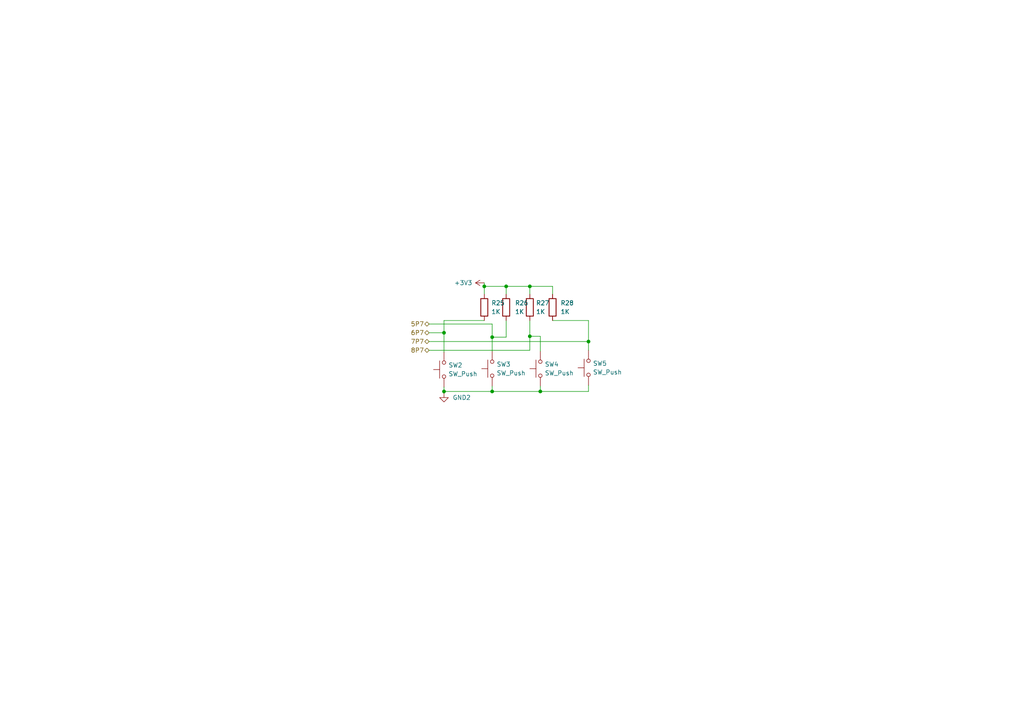
<source format=kicad_sch>
(kicad_sch (version 20230121) (generator eeschema)
  (paper "A4")
  (lib_symbols
    (symbol "Device:R" (pin_numbers hide) (pin_names (offset 0))
      (property "Reference" "R" (at 2.032 0 90))
      (property "Value" "R" (at 0 0 90))
      (symbol "R_0_1"
        (rectangle (start -1.016 -2.54) (end 1.016 2.54) (stroke (width 0.254)))
      )
      (symbol "R_1_1"
        (pin passive line (at 0 3.81 270) (length 1.27) (name "~") (number "1"))
        (pin passive line (at 0 -3.81 90) (length 1.27) (name "~") (number "2"))
      )
    )
    (symbol "Switch:SW_Push" (pin_numbers hide) (pin_names (offset 1.016) hide)
      (property "Reference" "SW" (at 1.27 2.54 0))
      (property "Value" "SW_Push" (at 0 -1.524 0))
      (symbol "SW_Push_0_1"
        (circle (center -2.032 0) (radius 0.508))
        (polyline (pts (xy 0 1.27) (xy 0 3.048)))
        (polyline (pts (xy 2.54 1.27) (xy -2.54 1.27)))
        (circle (center 2.032 0) (radius 0.508))
        (pin passive line (at -5.08 0 0) (length 2.54) (name "1") (number "1"))
        (pin passive line (at 5.08 0 180) (length 2.54) (name "2") (number "2"))
      )
    )
    (symbol "power:+3V3" (power) (pin_names (offset 0))
      (property "Value" "+3V3" (at 0 3.556 0))
      (symbol "+3V3_0_1"
        (polyline (pts (xy -0.762 1.27) (xy 0 2.54)))
        (polyline (pts (xy 0 0) (xy 0 2.54)))
        (polyline (pts (xy 0 2.54) (xy 0.762 1.27)))
      )
      (symbol "+3V3_1_1"
        (pin power_in line (at 0 0 90) (length 0) hide (name "+3V3") (number "1"))
      )
    )
    (symbol "power:GND2" (power) (pin_names (offset 0))
      (property "Value" "GND2" (at 0 -3.81 0))
      (symbol "GND2_0_1"
        (polyline (pts (xy 0 0) (xy 0 -1.27) (xy 1.27 -1.27) (xy 0 -2.54) (xy -1.27 -1.27) (xy 0 -1.27)))
      )
      (symbol "GND2_1_1"
        (pin power_in line (at 0 0 270) (length 0) hide (name "GND2") (number "1"))
      )
    )
  )
  (junction (at 146.812 83.058))
  (junction (at 128.778 113.538))
  (junction (at 153.67 83.058))
  (junction (at 142.748 97.79))
  (junction (at 153.67 97.536))
  (junction (at 140.462 83.058))
  (junction (at 142.748 113.538))
  (junction (at 156.718 113.538))
  (junction (at 170.688 99.06))
  (junction (at 128.778 96.52))
  (wire (pts (xy 128.778 92.964) (xy 140.462 92.964)))
  (wire (pts (xy 124.46 99.06) (xy 170.688 99.06)))
  (wire (pts (xy 156.718 97.536) (xy 156.718 101.854)))
  (wire (pts (xy 170.688 92.964) (xy 170.688 99.06)))
  (wire (pts (xy 146.812 83.058) (xy 140.462 83.058)))
  (wire (pts (xy 170.688 111.76) (xy 170.688 113.538)))
  (wire (pts (xy 160.274 92.964) (xy 170.688 92.964)))
  (wire (pts (xy 153.67 92.964) (xy 153.67 97.536)))
  (wire (pts (xy 153.67 83.058) (xy 153.67 85.344)))
  (wire (pts (xy 142.748 93.98) (xy 142.748 97.79)))
  (wire (pts (xy 140.462 82.042) (xy 140.462 83.058)))
  (wire (pts (xy 153.67 97.536) (xy 156.718 97.536)))
  (wire (pts (xy 142.748 97.79) (xy 146.812 97.79)))
  (wire (pts (xy 128.778 113.538) (xy 128.778 114.046)))
  (wire (pts (xy 156.718 113.538) (xy 142.748 113.538)))
  (wire (pts (xy 170.688 113.538) (xy 156.718 113.538)))
  (wire (pts (xy 142.748 112.014) (xy 142.748 113.538)))
  (wire (pts (xy 160.274 83.058) (xy 153.67 83.058)))
  (wire (pts (xy 156.718 112.014) (xy 156.718 113.538)))
  (wire (pts (xy 146.812 83.058) (xy 146.812 85.344)))
  (wire (pts (xy 124.46 101.6) (xy 153.67 101.6)))
  (wire (pts (xy 128.778 112.268) (xy 128.778 113.538)))
  (wire (pts (xy 170.688 99.06) (xy 170.688 101.6)))
  (wire (pts (xy 128.778 96.52) (xy 128.778 92.964)))
  (wire (pts (xy 160.274 85.344) (xy 160.274 83.058)))
  (wire (pts (xy 124.46 93.98) (xy 142.748 93.98)))
  (wire (pts (xy 124.46 96.52) (xy 128.778 96.52)))
  (wire (pts (xy 140.462 83.058) (xy 140.462 85.344)))
  (wire (pts (xy 128.778 102.108) (xy 128.778 96.52)))
  (wire (pts (xy 153.67 83.058) (xy 146.812 83.058)))
  (wire (pts (xy 153.67 97.536) (xy 153.67 101.6)))
  (wire (pts (xy 142.748 113.538) (xy 128.778 113.538)))
  (wire (pts (xy 146.812 97.79) (xy 146.812 92.964)))
  (wire (pts (xy 142.748 101.854) (xy 142.748 97.79)))
  (hierarchical_label "8P7" (shape bidirectional) (at 124.46 101.6 180))
  (hierarchical_label "5P7" (shape bidirectional) (at 124.46 93.98 180))
  (hierarchical_label "6P7" (shape bidirectional) (at 124.46 96.52 180))
  (hierarchical_label "7P7" (shape bidirectional) (at 124.46 99.06 180))
  (symbol (lib_id "Device:R") (at 153.67 89.154 0) (unit 1)
    (property "Reference" "R27" (at 155.448 87.8839 0) (effects (justify left)))
    (property "Value" "1K" (at 155.448 90.4239 0) (effects (justify left)))
    (property "Footprint" "Resistor_THT:R_Axial_DIN0207_L6.3mm_D2.5mm_P7.62mm_Horizontal" (effects hide))
  )
  (symbol (lib_id "power:+3V3") (at 140.462 82.042 90) (unit 1)
    (property "Reference" "#PWR0108" (effects hide))
    (property "Value" "+3V3" (at 137.0076 82.0419 90) (effects (justify left)))
    (instances (project "mod. de exp. FPGA spartan 6 mimasV2" (path "" (reference "#PWR0108") (unit 1)) (path "" (reference "#PWR01") (unit 1))))
  )
  (symbol (lib_id "Switch:SW_Push") (at 170.688 106.68 90) (unit 1)
    (property "Reference" "SW5" (at 171.958 105.4099 90) (effects (justify right)))
    (property "Value" "SW_Push" (at 171.958 107.9499 90) (effects (justify right)))
    (property "Footprint" "Button_Switch_THT:SW_PUSH_6mm" (effects hide))
  )
  (symbol (lib_id "power:GND2") (at 128.778 114.046 0) (unit 1)
    (property "Reference" "#PWR0113" (effects hide))
    (property "Value" "GND2" (at 131.2672 115.3159 0) (effects (justify left)))
  )
  (symbol (lib_id "Switch:SW_Push") (at 142.748 106.934 90) (unit 1)
    (property "Reference" "SW3" (at 144.018 105.6639 90) (effects (justify right)))
    (property "Value" "SW_Push" (at 144.018 108.2039 90) (effects (justify right)))
    (property "Footprint" "Button_Switch_THT:SW_PUSH_6mm" (effects hide))
  )
  (symbol (lib_id "Device:R") (at 160.274 89.154 0) (unit 1)
    (property "Reference" "R28" (at 162.56 87.8839 0) (effects (justify left)))
    (property "Value" "1K" (at 162.56 90.4239 0) (effects (justify left)))
    (property "Footprint" "Resistor_THT:R_Axial_DIN0207_L6.3mm_D2.5mm_P7.62mm_Horizontal" (effects hide))
  )
  (symbol (lib_id "Switch:SW_Push") (at 156.718 106.934 90) (unit 1)
    (property "Reference" "SW4" (at 157.988 105.6639 90) (effects (justify right)))
    (property "Value" "SW_Push" (at 157.988 108.2039 90) (effects (justify right)))
    (property "Footprint" "Button_Switch_THT:SW_PUSH_6mm" (effects hide))
  )
  (symbol (lib_id "Switch:SW_Push") (at 128.778 107.188 90) (unit 1)
    (property "Reference" "SW2" (at 130.048 105.9179 90) (effects (justify right)))
    (property "Value" "SW_Push" (at 130.048 108.4579 90) (effects (justify right)))
    (property "Footprint" "Button_Switch_THT:SW_PUSH_6mm" (effects hide))
  )
  (symbol (lib_id "Device:R") (at 146.812 89.154 0) (unit 1)
    (property "Reference" "R26" (at 149.352 87.8839 0) (effects (justify left)))
    (property "Value" "1K" (at 149.352 90.4239 0) (effects (justify left)))
    (property "Footprint" "Resistor_THT:R_Axial_DIN0207_L6.3mm_D2.5mm_P7.62mm_Horizontal" (effects hide))
  )
  (symbol (lib_id "Device:R") (at 140.462 89.154 0) (unit 1)
    (property "Reference" "R25" (at 142.494 87.8839 0) (effects (justify left)))
    (property "Value" "1K" (at 142.494 90.4239 0) (effects (justify left)))
    (property "Footprint" "Resistor_THT:R_Axial_DIN0207_L6.3mm_D2.5mm_P7.62mm_Horizontal" (effects hide))
  )
)
</source>
